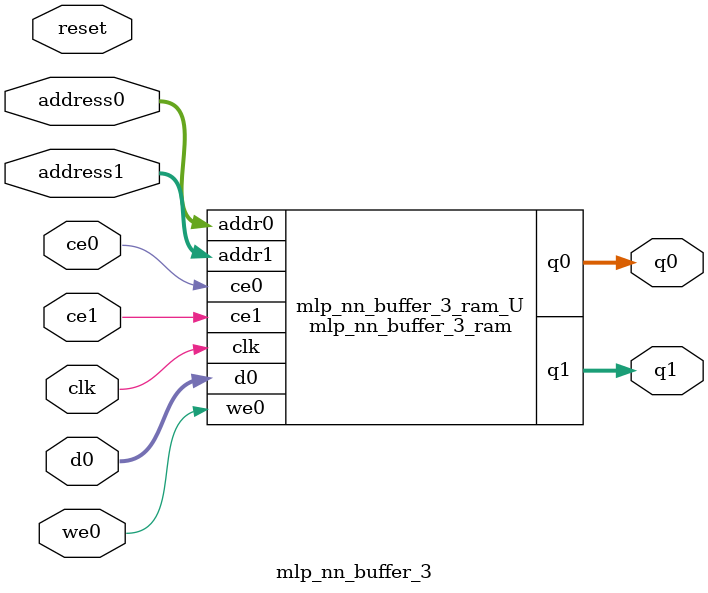
<source format=v>
`timescale 1 ns / 1 ps
module mlp_nn_buffer_3_ram (addr0, ce0, d0, we0, q0, addr1, ce1, q1,  clk);

parameter DWIDTH = 32;
parameter AWIDTH = 5;
parameter MEM_SIZE = 24;

input[AWIDTH-1:0] addr0;
input ce0;
input[DWIDTH-1:0] d0;
input we0;
output reg[DWIDTH-1:0] q0;
input[AWIDTH-1:0] addr1;
input ce1;
output reg[DWIDTH-1:0] q1;
input clk;

reg [DWIDTH-1:0] ram[0:MEM_SIZE-1];




always @(posedge clk)  
begin 
    if (ce0) begin
        if (we0) 
            ram[addr0] <= d0; 
        q0 <= ram[addr0];
    end
end


always @(posedge clk)  
begin 
    if (ce1) begin
        q1 <= ram[addr1];
    end
end


endmodule

`timescale 1 ns / 1 ps
module mlp_nn_buffer_3(
    reset,
    clk,
    address0,
    ce0,
    we0,
    d0,
    q0,
    address1,
    ce1,
    q1);

parameter DataWidth = 32'd32;
parameter AddressRange = 32'd24;
parameter AddressWidth = 32'd5;
input reset;
input clk;
input[AddressWidth - 1:0] address0;
input ce0;
input we0;
input[DataWidth - 1:0] d0;
output[DataWidth - 1:0] q0;
input[AddressWidth - 1:0] address1;
input ce1;
output[DataWidth - 1:0] q1;



mlp_nn_buffer_3_ram mlp_nn_buffer_3_ram_U(
    .clk( clk ),
    .addr0( address0 ),
    .ce0( ce0 ),
    .we0( we0 ),
    .d0( d0 ),
    .q0( q0 ),
    .addr1( address1 ),
    .ce1( ce1 ),
    .q1( q1 ));

endmodule


</source>
